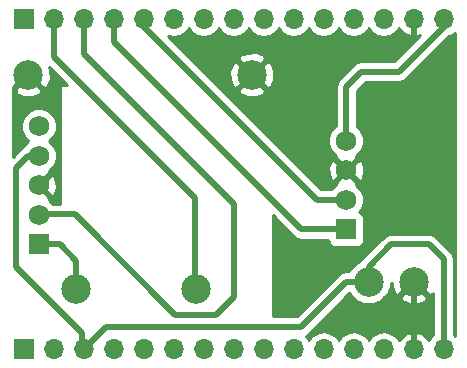
<source format=gbr>
G04 #@! TF.FileFunction,Copper,L2,Bot,Signal*
%FSLAX46Y46*%
G04 Gerber Fmt 4.6, Leading zero omitted, Abs format (unit mm)*
G04 Created by KiCad (PCBNEW 4.0.7) date 03/25/18 22:27:41*
%MOMM*%
%LPD*%
G01*
G04 APERTURE LIST*
%ADD10C,0.100000*%
%ADD11C,2.499360*%
%ADD12R,1.700000X1.700000*%
%ADD13O,1.700000X1.700000*%
%ADD14R,1.750000X1.750000*%
%ADD15C,1.750000*%
%ADD16C,0.500000*%
%ADD17C,0.250000*%
%ADD18C,0.254000*%
G04 APERTURE END LIST*
D10*
D11*
X144780000Y-106045000D03*
X134620000Y-106045000D03*
X159385000Y-105410000D03*
X163195000Y-105410000D03*
X130556000Y-87884000D03*
X149479000Y-87884000D03*
D12*
X130175000Y-111125000D03*
D13*
X132715000Y-111125000D03*
X135255000Y-111125000D03*
X137795000Y-111125000D03*
X140335000Y-111125000D03*
X142875000Y-111125000D03*
X145415000Y-111125000D03*
X147955000Y-111125000D03*
X150495000Y-111125000D03*
X153035000Y-111125000D03*
X155575000Y-111125000D03*
X158115000Y-111125000D03*
X160655000Y-111125000D03*
X163195000Y-111125000D03*
X165735000Y-111125000D03*
D12*
X130175000Y-83185000D03*
D13*
X132715000Y-83185000D03*
X135255000Y-83185000D03*
X137795000Y-83185000D03*
X140335000Y-83185000D03*
X142875000Y-83185000D03*
X145415000Y-83185000D03*
X147955000Y-83185000D03*
X150495000Y-83185000D03*
X153035000Y-83185000D03*
X155575000Y-83185000D03*
X158115000Y-83185000D03*
X160655000Y-83185000D03*
X163195000Y-83185000D03*
X165735000Y-83185000D03*
D14*
X157480000Y-100965000D03*
D15*
X157480000Y-98465000D03*
X157480000Y-95965000D03*
X157480000Y-93465000D03*
D14*
X131445000Y-102235000D03*
D15*
X131445000Y-99735000D03*
X131445000Y-97235000D03*
X131445000Y-94735000D03*
X131445000Y-92235000D03*
D16*
X163195000Y-106680000D02*
X163195000Y-111125000D01*
X129413000Y-89281000D02*
X129413000Y-89027000D01*
X129413000Y-89027000D02*
X130556000Y-87884000D01*
D17*
X131525000Y-96520000D02*
X131445000Y-96600000D01*
D16*
X135255000Y-111125000D02*
X137160000Y-109220000D01*
X157480000Y-105410000D02*
X159385000Y-105410000D01*
X153670000Y-109220000D02*
X157480000Y-105410000D01*
X137160000Y-109220000D02*
X153670000Y-109220000D01*
X159385000Y-105410000D02*
X159385000Y-104140000D01*
X165735000Y-103505000D02*
X165735000Y-111125000D01*
X164465000Y-102235000D02*
X165735000Y-103505000D01*
X161290000Y-102235000D02*
X164465000Y-102235000D01*
X159385000Y-104140000D02*
X161290000Y-102235000D01*
X131445000Y-94735000D02*
X130563000Y-94735000D01*
X135128000Y-109728000D02*
X135128000Y-110998000D01*
X129540000Y-104140000D02*
X135128000Y-109728000D01*
X129540000Y-95758000D02*
X129540000Y-104140000D01*
X130563000Y-94735000D02*
X129540000Y-95758000D01*
X135128000Y-110998000D02*
X135255000Y-111125000D01*
X135255000Y-110744000D02*
X135255000Y-111125000D01*
D17*
X131445000Y-93980000D02*
X131445000Y-94100000D01*
D16*
X131445000Y-102235000D02*
X133223000Y-102235000D01*
X134620000Y-103632000D02*
X134620000Y-106045000D01*
X133223000Y-102235000D02*
X134620000Y-103632000D01*
X135255000Y-83185000D02*
X135255000Y-86106000D01*
X134493000Y-99695000D02*
X131485000Y-99695000D01*
X143002000Y-108204000D02*
X134493000Y-99695000D01*
X146431000Y-108204000D02*
X143002000Y-108204000D01*
X147955000Y-106680000D02*
X146431000Y-108204000D01*
X147955000Y-98806000D02*
X147955000Y-106680000D01*
X135255000Y-86106000D02*
X147955000Y-98806000D01*
X131485000Y-99695000D02*
X131445000Y-99735000D01*
X131485000Y-99695000D02*
X131445000Y-99735000D01*
X157480000Y-100965000D02*
X153670000Y-100965000D01*
X137795000Y-85090000D02*
X137795000Y-82550000D01*
X153670000Y-100965000D02*
X137795000Y-85090000D01*
X165735000Y-82550000D02*
X165735000Y-83820000D01*
X157480000Y-88900000D02*
X157480000Y-93465000D01*
X158750000Y-87630000D02*
X157480000Y-88900000D01*
X161925000Y-87630000D02*
X158750000Y-87630000D01*
X165735000Y-83820000D02*
X161925000Y-87630000D01*
X157480000Y-98465000D02*
X154980000Y-98465000D01*
X140335000Y-83820000D02*
X140335000Y-82550000D01*
X154980000Y-98465000D02*
X140335000Y-83820000D01*
X132715000Y-83185000D02*
X132715000Y-86360000D01*
X144653000Y-98298000D02*
X144653000Y-105918000D01*
X132715000Y-86360000D02*
X144653000Y-98298000D01*
X144653000Y-105918000D02*
X144780000Y-106045000D01*
D18*
G36*
X161321072Y-105835384D02*
X161569141Y-106434275D01*
X161861911Y-106563483D01*
X162888395Y-105537000D01*
X163501605Y-105537000D01*
X164528089Y-106563483D01*
X164820859Y-106434275D01*
X164850000Y-106358203D01*
X164850000Y-109935568D01*
X164684946Y-110045853D01*
X164457298Y-110386553D01*
X164390183Y-110243642D01*
X163961924Y-109853355D01*
X163551890Y-109683524D01*
X163322000Y-109804845D01*
X163322000Y-110998000D01*
X163342000Y-110998000D01*
X163342000Y-111252000D01*
X163322000Y-111252000D01*
X163322000Y-111272000D01*
X163068000Y-111272000D01*
X163068000Y-111252000D01*
X163048000Y-111252000D01*
X163048000Y-110998000D01*
X163068000Y-110998000D01*
X163068000Y-109804845D01*
X162838110Y-109683524D01*
X162428076Y-109853355D01*
X161999817Y-110243642D01*
X161932702Y-110386553D01*
X161705054Y-110045853D01*
X161223285Y-109723946D01*
X160655000Y-109610907D01*
X160086715Y-109723946D01*
X159604946Y-110045853D01*
X159385000Y-110375026D01*
X159165054Y-110045853D01*
X158683285Y-109723946D01*
X158115000Y-109610907D01*
X157546715Y-109723946D01*
X157064946Y-110045853D01*
X156845000Y-110375026D01*
X156625054Y-110045853D01*
X156143285Y-109723946D01*
X155575000Y-109610907D01*
X155006715Y-109723946D01*
X154524946Y-110045853D01*
X154305000Y-110375026D01*
X154085054Y-110045853D01*
X154040713Y-110016226D01*
X154295790Y-109845790D01*
X157750958Y-106390622D01*
X157786314Y-106476191D01*
X158316021Y-107006822D01*
X159008469Y-107294352D01*
X159758241Y-107295006D01*
X160451191Y-107008686D01*
X160717251Y-106743089D01*
X162041517Y-106743089D01*
X162170725Y-107035859D01*
X162870883Y-107304071D01*
X163620384Y-107283928D01*
X164219275Y-107035859D01*
X164348483Y-106743089D01*
X163195000Y-105589605D01*
X162041517Y-106743089D01*
X160717251Y-106743089D01*
X160981822Y-106478979D01*
X161269352Y-105786531D01*
X161269570Y-105537000D01*
X161313053Y-105537000D01*
X161321072Y-105835384D01*
X161321072Y-105835384D01*
G37*
X161321072Y-105835384D02*
X161569141Y-106434275D01*
X161861911Y-106563483D01*
X162888395Y-105537000D01*
X163501605Y-105537000D01*
X164528089Y-106563483D01*
X164820859Y-106434275D01*
X164850000Y-106358203D01*
X164850000Y-109935568D01*
X164684946Y-110045853D01*
X164457298Y-110386553D01*
X164390183Y-110243642D01*
X163961924Y-109853355D01*
X163551890Y-109683524D01*
X163322000Y-109804845D01*
X163322000Y-110998000D01*
X163342000Y-110998000D01*
X163342000Y-111252000D01*
X163322000Y-111252000D01*
X163322000Y-111272000D01*
X163068000Y-111272000D01*
X163068000Y-111252000D01*
X163048000Y-111252000D01*
X163048000Y-110998000D01*
X163068000Y-110998000D01*
X163068000Y-109804845D01*
X162838110Y-109683524D01*
X162428076Y-109853355D01*
X161999817Y-110243642D01*
X161932702Y-110386553D01*
X161705054Y-110045853D01*
X161223285Y-109723946D01*
X160655000Y-109610907D01*
X160086715Y-109723946D01*
X159604946Y-110045853D01*
X159385000Y-110375026D01*
X159165054Y-110045853D01*
X158683285Y-109723946D01*
X158115000Y-109610907D01*
X157546715Y-109723946D01*
X157064946Y-110045853D01*
X156845000Y-110375026D01*
X156625054Y-110045853D01*
X156143285Y-109723946D01*
X155575000Y-109610907D01*
X155006715Y-109723946D01*
X154524946Y-110045853D01*
X154305000Y-110375026D01*
X154085054Y-110045853D01*
X154040713Y-110016226D01*
X154295790Y-109845790D01*
X157750958Y-106390622D01*
X157786314Y-106476191D01*
X158316021Y-107006822D01*
X159008469Y-107294352D01*
X159758241Y-107295006D01*
X160451191Y-107008686D01*
X160717251Y-106743089D01*
X162041517Y-106743089D01*
X162170725Y-107035859D01*
X162870883Y-107304071D01*
X163620384Y-107283928D01*
X164219275Y-107035859D01*
X164348483Y-106743089D01*
X163195000Y-105589605D01*
X162041517Y-106743089D01*
X160717251Y-106743089D01*
X160981822Y-106478979D01*
X161269352Y-105786531D01*
X161269570Y-105537000D01*
X161313053Y-105537000D01*
X161321072Y-105835384D01*
G36*
X163322000Y-83058000D02*
X163342000Y-83058000D01*
X163342000Y-83312000D01*
X163322000Y-83312000D01*
X163322000Y-84505155D01*
X163551890Y-84626476D01*
X163765362Y-84538058D01*
X161558420Y-86745000D01*
X158750005Y-86745000D01*
X158750000Y-86744999D01*
X158411325Y-86812367D01*
X158124210Y-87004210D01*
X158124208Y-87004213D01*
X156854210Y-88274210D01*
X156662367Y-88561325D01*
X156662367Y-88561326D01*
X156594999Y-88900000D01*
X156595000Y-88900005D01*
X156595000Y-92214855D01*
X156200630Y-92608537D01*
X155970262Y-93163325D01*
X155969738Y-93764040D01*
X156199138Y-94319229D01*
X156623537Y-94744370D01*
X156646469Y-94753892D01*
X156597545Y-94902940D01*
X157480000Y-95785395D01*
X158362455Y-94902940D01*
X158313682Y-94754352D01*
X158334229Y-94745862D01*
X158759370Y-94321463D01*
X158989738Y-93766675D01*
X158990262Y-93165960D01*
X158760862Y-92610771D01*
X158365000Y-92214217D01*
X158365000Y-89266580D01*
X159116579Y-88515000D01*
X161924995Y-88515000D01*
X161925000Y-88515001D01*
X162207484Y-88458810D01*
X162263675Y-88447633D01*
X162550790Y-88255790D01*
X166199975Y-84606604D01*
X166303285Y-84586054D01*
X166676000Y-84337014D01*
X166676000Y-109972986D01*
X166620000Y-109935568D01*
X166620000Y-103505005D01*
X166620001Y-103505000D01*
X166552633Y-103166325D01*
X166514998Y-103110000D01*
X166360790Y-102879210D01*
X166360787Y-102879208D01*
X165090790Y-101609210D01*
X165063221Y-101590789D01*
X164803675Y-101417367D01*
X164747484Y-101406190D01*
X164465000Y-101349999D01*
X164464995Y-101350000D01*
X161290005Y-101350000D01*
X161290000Y-101349999D01*
X161007516Y-101406190D01*
X160951325Y-101417367D01*
X160664210Y-101609210D01*
X160664208Y-101609213D01*
X158759210Y-103514210D01*
X158652941Y-103673254D01*
X158318809Y-103811314D01*
X157788178Y-104341021D01*
X157711783Y-104525000D01*
X157480005Y-104525000D01*
X157480000Y-104524999D01*
X157197516Y-104581190D01*
X157141325Y-104592367D01*
X156854210Y-104784210D01*
X156854208Y-104784213D01*
X153303420Y-108335000D01*
X151257000Y-108335000D01*
X151257000Y-99803579D01*
X153044208Y-101590787D01*
X153044210Y-101590790D01*
X153331325Y-101782633D01*
X153670000Y-101850000D01*
X155959442Y-101850000D01*
X156001838Y-102075317D01*
X156140910Y-102291441D01*
X156353110Y-102436431D01*
X156605000Y-102487440D01*
X158355000Y-102487440D01*
X158590317Y-102443162D01*
X158806441Y-102304090D01*
X158951431Y-102091890D01*
X159002440Y-101840000D01*
X159002440Y-100090000D01*
X158958162Y-99854683D01*
X158819090Y-99638559D01*
X158606890Y-99493569D01*
X158590324Y-99490214D01*
X158759370Y-99321463D01*
X158989738Y-98766675D01*
X158990262Y-98165960D01*
X158760862Y-97610771D01*
X158336463Y-97185630D01*
X158313531Y-97176108D01*
X158362455Y-97027060D01*
X157480000Y-96144605D01*
X156597545Y-97027060D01*
X156646318Y-97175648D01*
X156625771Y-97184138D01*
X156229217Y-97580000D01*
X155346579Y-97580000D01*
X153496886Y-95730306D01*
X155958410Y-95730306D01*
X155984421Y-96330458D01*
X156164047Y-96764116D01*
X156417940Y-96847455D01*
X157300395Y-95965000D01*
X157659605Y-95965000D01*
X158542060Y-96847455D01*
X158795953Y-96764116D01*
X159001590Y-96199694D01*
X158975579Y-95599542D01*
X158795953Y-95165884D01*
X158542060Y-95082545D01*
X157659605Y-95965000D01*
X157300395Y-95965000D01*
X156417940Y-95082545D01*
X156164047Y-95165884D01*
X155958410Y-95730306D01*
X153496886Y-95730306D01*
X146983669Y-89217089D01*
X148325517Y-89217089D01*
X148454725Y-89509859D01*
X149154883Y-89778071D01*
X149904384Y-89757928D01*
X150503275Y-89509859D01*
X150632483Y-89217089D01*
X149479000Y-88063605D01*
X148325517Y-89217089D01*
X146983669Y-89217089D01*
X145326463Y-87559883D01*
X147584929Y-87559883D01*
X147605072Y-88309384D01*
X147853141Y-88908275D01*
X148145911Y-89037483D01*
X149299395Y-87884000D01*
X149658605Y-87884000D01*
X150812089Y-89037483D01*
X151104859Y-88908275D01*
X151373071Y-88208117D01*
X151352928Y-87458616D01*
X151104859Y-86859725D01*
X150812089Y-86730517D01*
X149658605Y-87884000D01*
X149299395Y-87884000D01*
X148145911Y-86730517D01*
X147853141Y-86859725D01*
X147584929Y-87559883D01*
X145326463Y-87559883D01*
X144317491Y-86550911D01*
X148325517Y-86550911D01*
X149479000Y-87704395D01*
X150632483Y-86550911D01*
X150503275Y-86258141D01*
X149803117Y-85989929D01*
X149053616Y-86010072D01*
X148454725Y-86258141D01*
X148325517Y-86550911D01*
X144317491Y-86550911D01*
X142364036Y-84597456D01*
X142875000Y-84699093D01*
X143443285Y-84586054D01*
X143925054Y-84264147D01*
X144145000Y-83934974D01*
X144364946Y-84264147D01*
X144846715Y-84586054D01*
X145415000Y-84699093D01*
X145983285Y-84586054D01*
X146465054Y-84264147D01*
X146685000Y-83934974D01*
X146904946Y-84264147D01*
X147386715Y-84586054D01*
X147955000Y-84699093D01*
X148523285Y-84586054D01*
X149005054Y-84264147D01*
X149225000Y-83934974D01*
X149444946Y-84264147D01*
X149926715Y-84586054D01*
X150495000Y-84699093D01*
X151063285Y-84586054D01*
X151545054Y-84264147D01*
X151765000Y-83934974D01*
X151984946Y-84264147D01*
X152466715Y-84586054D01*
X153035000Y-84699093D01*
X153603285Y-84586054D01*
X154085054Y-84264147D01*
X154305000Y-83934974D01*
X154524946Y-84264147D01*
X155006715Y-84586054D01*
X155575000Y-84699093D01*
X156143285Y-84586054D01*
X156625054Y-84264147D01*
X156845000Y-83934974D01*
X157064946Y-84264147D01*
X157546715Y-84586054D01*
X158115000Y-84699093D01*
X158683285Y-84586054D01*
X159165054Y-84264147D01*
X159385000Y-83934974D01*
X159604946Y-84264147D01*
X160086715Y-84586054D01*
X160655000Y-84699093D01*
X161223285Y-84586054D01*
X161705054Y-84264147D01*
X161932702Y-83923447D01*
X161999817Y-84066358D01*
X162428076Y-84456645D01*
X162838110Y-84626476D01*
X163068000Y-84505155D01*
X163068000Y-83312000D01*
X163048000Y-83312000D01*
X163048000Y-83058000D01*
X163068000Y-83058000D01*
X163068000Y-83038000D01*
X163322000Y-83038000D01*
X163322000Y-83058000D01*
X163322000Y-83058000D01*
G37*
X163322000Y-83058000D02*
X163342000Y-83058000D01*
X163342000Y-83312000D01*
X163322000Y-83312000D01*
X163322000Y-84505155D01*
X163551890Y-84626476D01*
X163765362Y-84538058D01*
X161558420Y-86745000D01*
X158750005Y-86745000D01*
X158750000Y-86744999D01*
X158411325Y-86812367D01*
X158124210Y-87004210D01*
X158124208Y-87004213D01*
X156854210Y-88274210D01*
X156662367Y-88561325D01*
X156662367Y-88561326D01*
X156594999Y-88900000D01*
X156595000Y-88900005D01*
X156595000Y-92214855D01*
X156200630Y-92608537D01*
X155970262Y-93163325D01*
X155969738Y-93764040D01*
X156199138Y-94319229D01*
X156623537Y-94744370D01*
X156646469Y-94753892D01*
X156597545Y-94902940D01*
X157480000Y-95785395D01*
X158362455Y-94902940D01*
X158313682Y-94754352D01*
X158334229Y-94745862D01*
X158759370Y-94321463D01*
X158989738Y-93766675D01*
X158990262Y-93165960D01*
X158760862Y-92610771D01*
X158365000Y-92214217D01*
X158365000Y-89266580D01*
X159116579Y-88515000D01*
X161924995Y-88515000D01*
X161925000Y-88515001D01*
X162207484Y-88458810D01*
X162263675Y-88447633D01*
X162550790Y-88255790D01*
X166199975Y-84606604D01*
X166303285Y-84586054D01*
X166676000Y-84337014D01*
X166676000Y-109972986D01*
X166620000Y-109935568D01*
X166620000Y-103505005D01*
X166620001Y-103505000D01*
X166552633Y-103166325D01*
X166514998Y-103110000D01*
X166360790Y-102879210D01*
X166360787Y-102879208D01*
X165090790Y-101609210D01*
X165063221Y-101590789D01*
X164803675Y-101417367D01*
X164747484Y-101406190D01*
X164465000Y-101349999D01*
X164464995Y-101350000D01*
X161290005Y-101350000D01*
X161290000Y-101349999D01*
X161007516Y-101406190D01*
X160951325Y-101417367D01*
X160664210Y-101609210D01*
X160664208Y-101609213D01*
X158759210Y-103514210D01*
X158652941Y-103673254D01*
X158318809Y-103811314D01*
X157788178Y-104341021D01*
X157711783Y-104525000D01*
X157480005Y-104525000D01*
X157480000Y-104524999D01*
X157197516Y-104581190D01*
X157141325Y-104592367D01*
X156854210Y-104784210D01*
X156854208Y-104784213D01*
X153303420Y-108335000D01*
X151257000Y-108335000D01*
X151257000Y-99803579D01*
X153044208Y-101590787D01*
X153044210Y-101590790D01*
X153331325Y-101782633D01*
X153670000Y-101850000D01*
X155959442Y-101850000D01*
X156001838Y-102075317D01*
X156140910Y-102291441D01*
X156353110Y-102436431D01*
X156605000Y-102487440D01*
X158355000Y-102487440D01*
X158590317Y-102443162D01*
X158806441Y-102304090D01*
X158951431Y-102091890D01*
X159002440Y-101840000D01*
X159002440Y-100090000D01*
X158958162Y-99854683D01*
X158819090Y-99638559D01*
X158606890Y-99493569D01*
X158590324Y-99490214D01*
X158759370Y-99321463D01*
X158989738Y-98766675D01*
X158990262Y-98165960D01*
X158760862Y-97610771D01*
X158336463Y-97185630D01*
X158313531Y-97176108D01*
X158362455Y-97027060D01*
X157480000Y-96144605D01*
X156597545Y-97027060D01*
X156646318Y-97175648D01*
X156625771Y-97184138D01*
X156229217Y-97580000D01*
X155346579Y-97580000D01*
X153496886Y-95730306D01*
X155958410Y-95730306D01*
X155984421Y-96330458D01*
X156164047Y-96764116D01*
X156417940Y-96847455D01*
X157300395Y-95965000D01*
X157659605Y-95965000D01*
X158542060Y-96847455D01*
X158795953Y-96764116D01*
X159001590Y-96199694D01*
X158975579Y-95599542D01*
X158795953Y-95165884D01*
X158542060Y-95082545D01*
X157659605Y-95965000D01*
X157300395Y-95965000D01*
X156417940Y-95082545D01*
X156164047Y-95165884D01*
X155958410Y-95730306D01*
X153496886Y-95730306D01*
X146983669Y-89217089D01*
X148325517Y-89217089D01*
X148454725Y-89509859D01*
X149154883Y-89778071D01*
X149904384Y-89757928D01*
X150503275Y-89509859D01*
X150632483Y-89217089D01*
X149479000Y-88063605D01*
X148325517Y-89217089D01*
X146983669Y-89217089D01*
X145326463Y-87559883D01*
X147584929Y-87559883D01*
X147605072Y-88309384D01*
X147853141Y-88908275D01*
X148145911Y-89037483D01*
X149299395Y-87884000D01*
X149658605Y-87884000D01*
X150812089Y-89037483D01*
X151104859Y-88908275D01*
X151373071Y-88208117D01*
X151352928Y-87458616D01*
X151104859Y-86859725D01*
X150812089Y-86730517D01*
X149658605Y-87884000D01*
X149299395Y-87884000D01*
X148145911Y-86730517D01*
X147853141Y-86859725D01*
X147584929Y-87559883D01*
X145326463Y-87559883D01*
X144317491Y-86550911D01*
X148325517Y-86550911D01*
X149479000Y-87704395D01*
X150632483Y-86550911D01*
X150503275Y-86258141D01*
X149803117Y-85989929D01*
X149053616Y-86010072D01*
X148454725Y-86258141D01*
X148325517Y-86550911D01*
X144317491Y-86550911D01*
X142364036Y-84597456D01*
X142875000Y-84699093D01*
X143443285Y-84586054D01*
X143925054Y-84264147D01*
X144145000Y-83934974D01*
X144364946Y-84264147D01*
X144846715Y-84586054D01*
X145415000Y-84699093D01*
X145983285Y-84586054D01*
X146465054Y-84264147D01*
X146685000Y-83934974D01*
X146904946Y-84264147D01*
X147386715Y-84586054D01*
X147955000Y-84699093D01*
X148523285Y-84586054D01*
X149005054Y-84264147D01*
X149225000Y-83934974D01*
X149444946Y-84264147D01*
X149926715Y-84586054D01*
X150495000Y-84699093D01*
X151063285Y-84586054D01*
X151545054Y-84264147D01*
X151765000Y-83934974D01*
X151984946Y-84264147D01*
X152466715Y-84586054D01*
X153035000Y-84699093D01*
X153603285Y-84586054D01*
X154085054Y-84264147D01*
X154305000Y-83934974D01*
X154524946Y-84264147D01*
X155006715Y-84586054D01*
X155575000Y-84699093D01*
X156143285Y-84586054D01*
X156625054Y-84264147D01*
X156845000Y-83934974D01*
X157064946Y-84264147D01*
X157546715Y-84586054D01*
X158115000Y-84699093D01*
X158683285Y-84586054D01*
X159165054Y-84264147D01*
X159385000Y-83934974D01*
X159604946Y-84264147D01*
X160086715Y-84586054D01*
X160655000Y-84699093D01*
X161223285Y-84586054D01*
X161705054Y-84264147D01*
X161932702Y-83923447D01*
X161999817Y-84066358D01*
X162428076Y-84456645D01*
X162838110Y-84626476D01*
X163068000Y-84505155D01*
X163068000Y-83312000D01*
X163048000Y-83312000D01*
X163048000Y-83058000D01*
X163068000Y-83058000D01*
X163068000Y-83038000D01*
X163322000Y-83038000D01*
X163322000Y-83058000D01*
G36*
X133876420Y-88773000D02*
X133350000Y-88773000D01*
X133300590Y-88783006D01*
X133258965Y-88811447D01*
X133231685Y-88853841D01*
X133223000Y-88900000D01*
X133223000Y-98810000D01*
X132655215Y-98810000D01*
X132301463Y-98455630D01*
X132278531Y-98446108D01*
X132327455Y-98297060D01*
X131445000Y-97414605D01*
X131430858Y-97428748D01*
X131251253Y-97249143D01*
X131265395Y-97235000D01*
X131624605Y-97235000D01*
X132507060Y-98117455D01*
X132760953Y-98034116D01*
X132966590Y-97469694D01*
X132940579Y-96869542D01*
X132760953Y-96435884D01*
X132507060Y-96352545D01*
X131624605Y-97235000D01*
X131265395Y-97235000D01*
X131251253Y-97220858D01*
X131430858Y-97041253D01*
X131445000Y-97055395D01*
X132327455Y-96172940D01*
X132278682Y-96024352D01*
X132299229Y-96015862D01*
X132724370Y-95591463D01*
X132954738Y-95036675D01*
X132955262Y-94435960D01*
X132725862Y-93880771D01*
X132330464Y-93484682D01*
X132724370Y-93091463D01*
X132954738Y-92536675D01*
X132955262Y-91935960D01*
X132725862Y-91380771D01*
X132301463Y-90955630D01*
X131746675Y-90725262D01*
X131145960Y-90724738D01*
X130590771Y-90954138D01*
X130165630Y-91378537D01*
X129935262Y-91933325D01*
X129934738Y-92534040D01*
X130164138Y-93089229D01*
X130559536Y-93485318D01*
X130165630Y-93878537D01*
X130120777Y-93986555D01*
X129937210Y-94109210D01*
X129937208Y-94109213D01*
X129234000Y-94812420D01*
X129234000Y-89276038D01*
X129288785Y-89330823D01*
X129402518Y-89217090D01*
X129531725Y-89509859D01*
X130231883Y-89778071D01*
X130981384Y-89757928D01*
X131580275Y-89509859D01*
X131709483Y-89217089D01*
X130556000Y-88063605D01*
X130541858Y-88077748D01*
X130362252Y-87898142D01*
X130376395Y-87884000D01*
X130362252Y-87869858D01*
X130541858Y-87690252D01*
X130556000Y-87704395D01*
X130570142Y-87690252D01*
X130749748Y-87869858D01*
X130735605Y-87884000D01*
X131889089Y-89037483D01*
X132181859Y-88908275D01*
X132450071Y-88208117D01*
X132429928Y-87458616D01*
X132336513Y-87233093D01*
X133876420Y-88773000D01*
X133876420Y-88773000D01*
G37*
X133876420Y-88773000D02*
X133350000Y-88773000D01*
X133300590Y-88783006D01*
X133258965Y-88811447D01*
X133231685Y-88853841D01*
X133223000Y-88900000D01*
X133223000Y-98810000D01*
X132655215Y-98810000D01*
X132301463Y-98455630D01*
X132278531Y-98446108D01*
X132327455Y-98297060D01*
X131445000Y-97414605D01*
X131430858Y-97428748D01*
X131251253Y-97249143D01*
X131265395Y-97235000D01*
X131624605Y-97235000D01*
X132507060Y-98117455D01*
X132760953Y-98034116D01*
X132966590Y-97469694D01*
X132940579Y-96869542D01*
X132760953Y-96435884D01*
X132507060Y-96352545D01*
X131624605Y-97235000D01*
X131265395Y-97235000D01*
X131251253Y-97220858D01*
X131430858Y-97041253D01*
X131445000Y-97055395D01*
X132327455Y-96172940D01*
X132278682Y-96024352D01*
X132299229Y-96015862D01*
X132724370Y-95591463D01*
X132954738Y-95036675D01*
X132955262Y-94435960D01*
X132725862Y-93880771D01*
X132330464Y-93484682D01*
X132724370Y-93091463D01*
X132954738Y-92536675D01*
X132955262Y-91935960D01*
X132725862Y-91380771D01*
X132301463Y-90955630D01*
X131746675Y-90725262D01*
X131145960Y-90724738D01*
X130590771Y-90954138D01*
X130165630Y-91378537D01*
X129935262Y-91933325D01*
X129934738Y-92534040D01*
X130164138Y-93089229D01*
X130559536Y-93485318D01*
X130165630Y-93878537D01*
X130120777Y-93986555D01*
X129937210Y-94109210D01*
X129937208Y-94109213D01*
X129234000Y-94812420D01*
X129234000Y-89276038D01*
X129288785Y-89330823D01*
X129402518Y-89217090D01*
X129531725Y-89509859D01*
X130231883Y-89778071D01*
X130981384Y-89757928D01*
X131580275Y-89509859D01*
X131709483Y-89217089D01*
X130556000Y-88063605D01*
X130541858Y-88077748D01*
X130362252Y-87898142D01*
X130376395Y-87884000D01*
X130362252Y-87869858D01*
X130541858Y-87690252D01*
X130556000Y-87704395D01*
X130570142Y-87690252D01*
X130749748Y-87869858D01*
X130735605Y-87884000D01*
X131889089Y-89037483D01*
X132181859Y-88908275D01*
X132450071Y-88208117D01*
X132429928Y-87458616D01*
X132336513Y-87233093D01*
X133876420Y-88773000D01*
M02*

</source>
